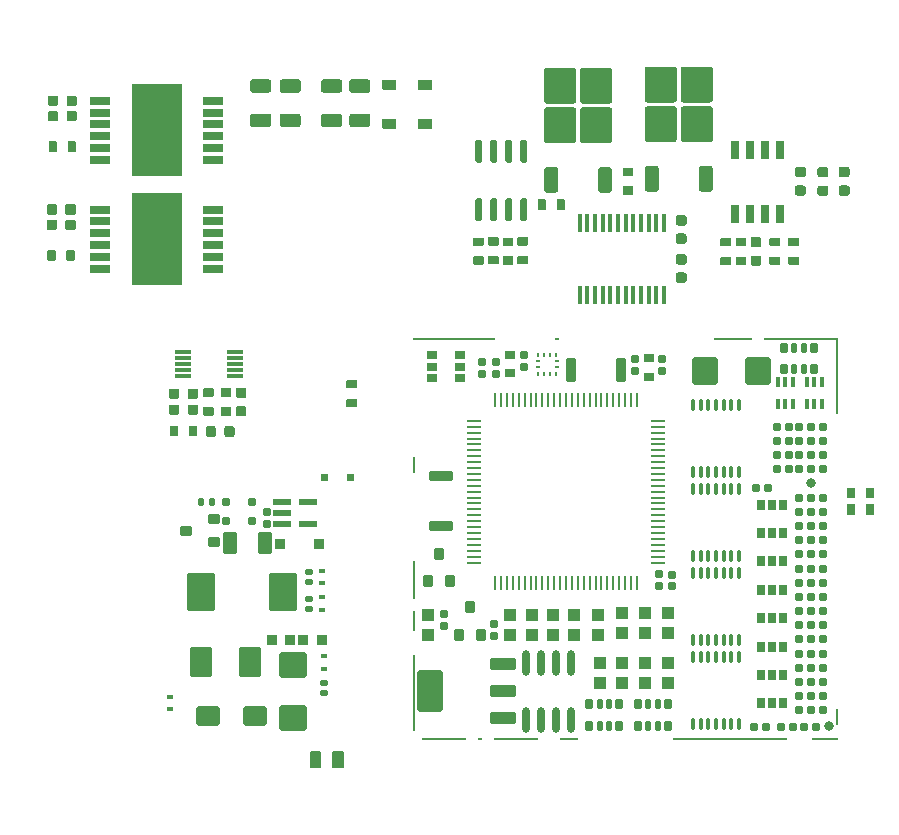
<source format=gtp>
G75*
G70*
%OFA0B0*%
%FSLAX25Y25*%
%IPPOS*%
%LPD*%
%AMOC8*
5,1,8,0,0,1.08239X$1,22.5*
%
%AMM100*
21,1,0.035430,0.030320,-0.000000,0.000000,0.000000*
21,1,0.028350,0.037400,-0.000000,0.000000,0.000000*
1,1,0.007090,0.014170,-0.015160*
1,1,0.007090,-0.014170,-0.015160*
1,1,0.007090,-0.014170,0.015160*
1,1,0.007090,0.014170,0.015160*
%
%AMM101*
21,1,0.043310,0.075980,-0.000000,0.000000,90.000000*
21,1,0.034650,0.084650,-0.000000,0.000000,90.000000*
1,1,0.008660,0.037990,0.017320*
1,1,0.008660,0.037990,-0.017320*
1,1,0.008660,-0.037990,-0.017320*
1,1,0.008660,-0.037990,0.017320*
%
%AMM102*
21,1,0.039370,0.035430,-0.000000,0.000000,90.000000*
21,1,0.031500,0.043310,-0.000000,0.000000,90.000000*
1,1,0.007870,0.017720,0.015750*
1,1,0.007870,0.017720,-0.015750*
1,1,0.007870,-0.017720,-0.015750*
1,1,0.007870,-0.017720,0.015750*
%
%AMM103*
21,1,0.027560,0.030710,-0.000000,0.000000,90.000000*
21,1,0.022050,0.036220,-0.000000,0.000000,90.000000*
1,1,0.005510,0.015350,0.011020*
1,1,0.005510,0.015350,-0.011020*
1,1,0.005510,-0.015350,-0.011020*
1,1,0.005510,-0.015350,0.011020*
%
%AMM104*
21,1,0.031500,0.072440,-0.000000,0.000000,90.000000*
21,1,0.025200,0.078740,-0.000000,0.000000,90.000000*
1,1,0.006300,0.036220,0.012600*
1,1,0.006300,0.036220,-0.012600*
1,1,0.006300,-0.036220,-0.012600*
1,1,0.006300,-0.036220,0.012600*
%
%AMM105*
21,1,0.137800,0.067720,-0.000000,0.000000,90.000000*
21,1,0.120870,0.084650,-0.000000,0.000000,90.000000*
1,1,0.016930,0.033860,0.060430*
1,1,0.016930,0.033860,-0.060430*
1,1,0.016930,-0.033860,-0.060430*
1,1,0.016930,-0.033860,0.060430*
%
%AMM106*
21,1,0.043310,0.075990,-0.000000,0.000000,90.000000*
21,1,0.034650,0.084650,-0.000000,0.000000,90.000000*
1,1,0.008660,0.037990,0.017320*
1,1,0.008660,0.037990,-0.017320*
1,1,0.008660,-0.037990,-0.017320*
1,1,0.008660,-0.037990,0.017320*
%
%AMM107*
21,1,0.086610,0.073230,-0.000000,0.000000,180.000000*
21,1,0.069290,0.090550,-0.000000,0.000000,180.000000*
1,1,0.017320,-0.034650,0.036610*
1,1,0.017320,0.034650,0.036610*
1,1,0.017320,0.034650,-0.036610*
1,1,0.017320,-0.034650,-0.036610*
%
%AMM36*
21,1,0.033470,0.026770,0.000000,0.000000,0.000000*
21,1,0.026770,0.033470,0.000000,0.000000,0.000000*
1,1,0.006690,0.013390,-0.013390*
1,1,0.006690,-0.013390,-0.013390*
1,1,0.006690,-0.013390,0.013390*
1,1,0.006690,0.013390,0.013390*
%
%AMM42*
21,1,0.035830,0.026770,0.000000,0.000000,0.000000*
21,1,0.029130,0.033470,0.000000,0.000000,0.000000*
1,1,0.006690,0.014570,-0.013390*
1,1,0.006690,-0.014570,-0.013390*
1,1,0.006690,-0.014570,0.013390*
1,1,0.006690,0.014570,0.013390*
%
%AMM44*
21,1,0.070870,0.036220,0.000000,0.000000,90.000000*
21,1,0.061810,0.045280,0.000000,0.000000,90.000000*
1,1,0.009060,0.018110,0.030910*
1,1,0.009060,0.018110,-0.030910*
1,1,0.009060,-0.018110,-0.030910*
1,1,0.009060,-0.018110,0.030910*
%
%AMM59*
21,1,0.086610,0.073230,0.000000,0.000000,270.000000*
21,1,0.069290,0.090550,0.000000,0.000000,270.000000*
1,1,0.017320,-0.036610,-0.034650*
1,1,0.017320,-0.036610,0.034650*
1,1,0.017320,0.036610,0.034650*
1,1,0.017320,0.036610,-0.034650*
%
%AMM60*
21,1,0.094490,0.111020,0.000000,0.000000,0.000000*
21,1,0.075590,0.129920,0.000000,0.000000,0.000000*
1,1,0.018900,0.037800,-0.055510*
1,1,0.018900,-0.037800,-0.055510*
1,1,0.018900,-0.037800,0.055510*
1,1,0.018900,0.037800,0.055510*
%
%AMM61*
21,1,0.074800,0.083460,0.000000,0.000000,0.000000*
21,1,0.059840,0.098430,0.000000,0.000000,0.000000*
1,1,0.014960,0.029920,-0.041730*
1,1,0.014960,-0.029920,-0.041730*
1,1,0.014960,-0.029920,0.041730*
1,1,0.014960,0.029920,0.041730*
%
%AMM62*
21,1,0.078740,0.053540,0.000000,0.000000,180.000000*
21,1,0.065350,0.066930,0.000000,0.000000,180.000000*
1,1,0.013390,-0.032680,0.026770*
1,1,0.013390,0.032680,0.026770*
1,1,0.013390,0.032680,-0.026770*
1,1,0.013390,-0.032680,-0.026770*
%
%AMM63*
21,1,0.035430,0.030320,0.000000,0.000000,90.000000*
21,1,0.028350,0.037400,0.000000,0.000000,90.000000*
1,1,0.007090,0.015160,0.014170*
1,1,0.007090,0.015160,-0.014170*
1,1,0.007090,-0.015160,-0.014170*
1,1,0.007090,-0.015160,0.014170*
%
%AMM64*
21,1,0.021650,0.052760,0.000000,0.000000,270.000000*
21,1,0.017320,0.057090,0.000000,0.000000,270.000000*
1,1,0.004330,-0.026380,-0.008660*
1,1,0.004330,-0.026380,0.008660*
1,1,0.004330,0.026380,0.008660*
1,1,0.004330,0.026380,-0.008660*
%
%AMM65*
21,1,0.015750,0.016540,0.000000,0.000000,270.000000*
21,1,0.012600,0.019680,0.000000,0.000000,270.000000*
1,1,0.003150,-0.008270,-0.006300*
1,1,0.003150,-0.008270,0.006300*
1,1,0.003150,0.008270,0.006300*
1,1,0.003150,0.008270,-0.006300*
%
%AMM66*
21,1,0.023620,0.018900,0.000000,0.000000,90.000000*
21,1,0.018900,0.023620,0.000000,0.000000,90.000000*
1,1,0.004720,0.009450,0.009450*
1,1,0.004720,0.009450,-0.009450*
1,1,0.004720,-0.009450,-0.009450*
1,1,0.004720,-0.009450,0.009450*
%
%AMM67*
21,1,0.019680,0.019680,0.000000,0.000000,0.000000*
21,1,0.015750,0.023620,0.000000,0.000000,0.000000*
1,1,0.003940,0.007870,-0.009840*
1,1,0.003940,-0.007870,-0.009840*
1,1,0.003940,-0.007870,0.009840*
1,1,0.003940,0.007870,0.009840*
%
%AMM68*
21,1,0.019680,0.019680,0.000000,0.000000,270.000000*
21,1,0.015750,0.023620,0.000000,0.000000,270.000000*
1,1,0.003940,-0.009840,-0.007870*
1,1,0.003940,-0.009840,0.007870*
1,1,0.003940,0.009840,0.007870*
1,1,0.003940,0.009840,-0.007870*
%
%AMM92*
21,1,0.025590,0.026380,-0.000000,0.000000,0.000000*
21,1,0.020470,0.031500,-0.000000,0.000000,0.000000*
1,1,0.005120,0.010240,-0.013190*
1,1,0.005120,-0.010240,-0.013190*
1,1,0.005120,-0.010240,0.013190*
1,1,0.005120,0.010240,0.013190*
%
%AMM93*
21,1,0.017720,0.027950,-0.000000,0.000000,0.000000*
21,1,0.014170,0.031500,-0.000000,0.000000,0.000000*
1,1,0.003540,0.007090,-0.013980*
1,1,0.003540,-0.007090,-0.013980*
1,1,0.003540,-0.007090,0.013980*
1,1,0.003540,0.007090,0.013980*
%
%AMM94*
21,1,0.012600,0.028980,-0.000000,0.000000,180.000000*
21,1,0.010080,0.031500,-0.000000,0.000000,180.000000*
1,1,0.002520,-0.005040,0.014490*
1,1,0.002520,0.005040,0.014490*
1,1,0.002520,0.005040,-0.014490*
1,1,0.002520,-0.005040,-0.014490*
%
%AMM95*
21,1,0.023620,0.030710,-0.000000,0.000000,270.000000*
21,1,0.018900,0.035430,-0.000000,0.000000,270.000000*
1,1,0.004720,-0.015350,-0.009450*
1,1,0.004720,-0.015350,0.009450*
1,1,0.004720,0.015350,0.009450*
1,1,0.004720,0.015350,-0.009450*
%
%AMM96*
21,1,0.027560,0.018900,-0.000000,0.000000,180.000000*
21,1,0.022840,0.023620,-0.000000,0.000000,180.000000*
1,1,0.004720,-0.011420,0.009450*
1,1,0.004720,0.011420,0.009450*
1,1,0.004720,0.011420,-0.009450*
1,1,0.004720,-0.011420,-0.009450*
%
%AMM97*
21,1,0.031500,0.072440,-0.000000,0.000000,180.000000*
21,1,0.025200,0.078740,-0.000000,0.000000,180.000000*
1,1,0.006300,-0.012600,0.036220*
1,1,0.006300,0.012600,0.036220*
1,1,0.006300,0.012600,-0.036220*
1,1,0.006300,-0.012600,-0.036220*
%
%AMM98*
21,1,0.027560,0.018900,-0.000000,0.000000,270.000000*
21,1,0.022840,0.023620,-0.000000,0.000000,270.000000*
1,1,0.004720,-0.009450,-0.011420*
1,1,0.004720,-0.009450,0.011420*
1,1,0.004720,0.009450,0.011420*
1,1,0.004720,0.009450,-0.011420*
%
%AMM99*
21,1,0.023620,0.030710,-0.000000,0.000000,0.000000*
21,1,0.018900,0.035430,-0.000000,0.000000,0.000000*
1,1,0.004720,0.009450,-0.015350*
1,1,0.004720,-0.009450,-0.015350*
1,1,0.004720,-0.009450,0.015350*
1,1,0.004720,0.009450,0.015350*
%
%ADD13R,0.02559X0.06004*%
%ADD137M36*%
%ADD14R,0.01575X0.06496*%
%ADD146M42*%
%ADD15R,0.06890X0.02559*%
%ADD151M44*%
%ADD16R,0.16929X0.31102*%
%ADD172R,0.05512X0.01181*%
%ADD174M59*%
%ADD175M60*%
%ADD176M61*%
%ADD177M62*%
%ADD178M63*%
%ADD179M64*%
%ADD180M65*%
%ADD181M66*%
%ADD182M67*%
%ADD183M68*%
%ADD19R,0.14567X0.00787*%
%ADD20R,0.01575X0.00787*%
%ADD21R,0.06299X0.00787*%
%ADD212M92*%
%ADD213M93*%
%ADD214M94*%
%ADD215O,0.01181X0.04331*%
%ADD216M95*%
%ADD217M96*%
%ADD218M97*%
%ADD219M98*%
%ADD22R,0.38189X0.00787*%
%ADD220M99*%
%ADD221M100*%
%ADD222O,0.02362X0.08661*%
%ADD223M101*%
%ADD224M102*%
%ADD225M103*%
%ADD226M104*%
%ADD227M105*%
%ADD228M106*%
%ADD229M107*%
%ADD23R,0.09055X0.00787*%
%ADD24R,0.00787X0.05512*%
%ADD25R,0.00787X0.25197*%
%ADD26R,0.00787X0.06693*%
%ADD27R,0.00787X0.12992*%
%ADD28R,0.27559X0.00787*%
%ADD29R,0.12992X0.00787*%
%ADD30R,0.24803X0.00787*%
%ADD48C,0.03150*%
%ADD79O,0.04724X0.00866*%
%ADD80O,0.00866X0.04724*%
%ADD84R,0.01378X0.00984*%
%ADD85R,0.00984X0.01378*%
X0000000Y0000000D02*
%LPD*%
G01*
G36*
G01*
X0152874Y0172533D02*
X0149803Y0172533D01*
G75*
G02*
X0149528Y0172809I0000000J0000276D01*
G01*
X0149528Y0175013D01*
G75*
G02*
X0149803Y0175289I0000276J0000000D01*
G01*
X0152874Y0175289D01*
G75*
G02*
X0153150Y0175013I0000000J-000276D01*
G01*
X0153150Y0172809D01*
G75*
G02*
X0152874Y0172533I-000276J0000000D01*
G01*
G37*
G36*
G01*
X0152874Y0178832D02*
X0149803Y0178832D01*
G75*
G02*
X0149528Y0179108I0000000J0000276D01*
G01*
X0149528Y0181313D01*
G75*
G02*
X0149803Y0181588I0000276J0000000D01*
G01*
X0152874Y0181588D01*
G75*
G02*
X0153150Y0181313I0000000J-000276D01*
G01*
X0153150Y0179108D01*
G75*
G02*
X0152874Y0178832I-000276J0000000D01*
G01*
G37*
G36*
G01*
X0245157Y0172185D02*
X0242480Y0172185D01*
G75*
G02*
X0242146Y0172520I0000000J0000335D01*
G01*
X0242146Y0175197D01*
G75*
G02*
X0242480Y0175531I0000335J0000000D01*
G01*
X0245157Y0175531D01*
G75*
G02*
X0245492Y0175197I0000000J-000335D01*
G01*
X0245492Y0172520D01*
G75*
G02*
X0245157Y0172185I-000335J0000000D01*
G01*
G37*
G36*
G01*
X0245157Y0178406D02*
X0242480Y0178406D01*
G75*
G02*
X0242146Y0178740I0000000J0000335D01*
G01*
X0242146Y0181417D01*
G75*
G02*
X0242480Y0181752I0000335J0000000D01*
G01*
X0245157Y0181752D01*
G75*
G02*
X0245492Y0181417I0000000J-000335D01*
G01*
X0245492Y0178740D01*
G75*
G02*
X0245157Y0178406I-000335J0000000D01*
G01*
G37*
G36*
G01*
X0007461Y0189606D02*
X0007461Y0192283D01*
G75*
G02*
X0007795Y0192618I0000335J0000000D01*
G01*
X0010472Y0192618D01*
G75*
G02*
X0010807Y0192283I0000000J-000335D01*
G01*
X0010807Y0189606D01*
G75*
G02*
X0010472Y0189272I-000335J0000000D01*
G01*
X0007795Y0189272D01*
G75*
G02*
X0007461Y0189606I0000000J0000335D01*
G01*
G37*
G36*
G01*
X0013681Y0189606D02*
X0013681Y0192283D01*
G75*
G02*
X0014016Y0192618I0000335J0000000D01*
G01*
X0016693Y0192618D01*
G75*
G02*
X0017028Y0192283I0000000J-000335D01*
G01*
X0017028Y0189606D01*
G75*
G02*
X0016693Y0189272I-000335J0000000D01*
G01*
X0014016Y0189272D01*
G75*
G02*
X0013681Y0189606I0000000J0000335D01*
G01*
G37*
G36*
G01*
X0283268Y0092480D02*
X0283268Y0089409D01*
G75*
G02*
X0282992Y0089134I-000276J0000000D01*
G01*
X0280787Y0089134D01*
G75*
G02*
X0280512Y0089409I0000000J0000276D01*
G01*
X0280512Y0092480D01*
G75*
G02*
X0280787Y0092756I0000276J0000000D01*
G01*
X0282992Y0092756D01*
G75*
G02*
X0283268Y0092480I0000000J-000276D01*
G01*
G37*
G36*
G01*
X0276969Y0092480D02*
X0276969Y0089409D01*
G75*
G02*
X0276693Y0089134I-000276J0000000D01*
G01*
X0274488Y0089134D01*
G75*
G02*
X0274213Y0089409I0000000J0000276D01*
G01*
X0274213Y0092480D01*
G75*
G02*
X0274488Y0092756I0000276J0000000D01*
G01*
X0276693Y0092756D01*
G75*
G02*
X0276969Y0092480I0000000J-000276D01*
G01*
G37*
G36*
G01*
X0108268Y0230728D02*
X0108268Y0233445D01*
G75*
G02*
X0109173Y0234350I0000906J0000000D01*
G01*
X0114449Y0234350D01*
G75*
G02*
X0115354Y0233445I0000000J-000906D01*
G01*
X0115354Y0230728D01*
G75*
G02*
X0114449Y0229823I-000906J0000000D01*
G01*
X0109173Y0229823D01*
G75*
G02*
X0108268Y0230728I0000000J0000906D01*
G01*
G37*
G36*
G01*
X0108268Y0219311D02*
X0108268Y0222028D01*
G75*
G02*
X0109173Y0222933I0000906J0000000D01*
G01*
X0114449Y0222933D01*
G75*
G02*
X0115354Y0222028I0000000J-000906D01*
G01*
X0115354Y0219311D01*
G75*
G02*
X0114449Y0218405I-000906J0000000D01*
G01*
X0109173Y0218405D01*
G75*
G02*
X0108268Y0219311I0000000J0000906D01*
G01*
G37*
G36*
G01*
X0219882Y0179429D02*
X0217913Y0179429D01*
G75*
G02*
X0217028Y0180315I0000000J0000886D01*
G01*
X0217028Y0182087D01*
G75*
G02*
X0217913Y0182972I0000886J0000000D01*
G01*
X0219882Y0182972D01*
G75*
G02*
X0220768Y0182087I0000000J-000886D01*
G01*
X0220768Y0180315D01*
G75*
G02*
X0219882Y0179429I-000886J0000000D01*
G01*
G37*
G36*
G01*
X0219882Y0185531D02*
X0217913Y0185531D01*
G75*
G02*
X0217028Y0186417I0000000J0000886D01*
G01*
X0217028Y0188189D01*
G75*
G02*
X0217913Y0189075I0000886J0000000D01*
G01*
X0219882Y0189075D01*
G75*
G02*
X0220768Y0188189I0000000J-000886D01*
G01*
X0220768Y0186417D01*
G75*
G02*
X0219882Y0185531I-000886J0000000D01*
G01*
G37*
D13*
X0236850Y0189421D03*
X0241850Y0189421D03*
X0246850Y0189421D03*
X0251850Y0189421D03*
X0251850Y0210776D03*
X0246850Y0210776D03*
X0241850Y0210776D03*
X0236850Y0210776D03*
G36*
G01*
X0016732Y0177126D02*
X0016732Y0174055D01*
G75*
G02*
X0016457Y0173780I-000276J0000000D01*
G01*
X0014252Y0173780D01*
G75*
G02*
X0013976Y0174055I0000000J0000276D01*
G01*
X0013976Y0177126D01*
G75*
G02*
X0014252Y0177402I0000276J0000000D01*
G01*
X0016457Y0177402D01*
G75*
G02*
X0016732Y0177126I0000000J-000276D01*
G01*
G37*
G36*
G01*
X0010433Y0177126D02*
X0010433Y0174055D01*
G75*
G02*
X0010157Y0173780I-000276J0000000D01*
G01*
X0007953Y0173780D01*
G75*
G02*
X0007677Y0174055I0000000J0000276D01*
G01*
X0007677Y0177126D01*
G75*
G02*
X0007953Y0177402I0000276J0000000D01*
G01*
X0010157Y0177402D01*
G75*
G02*
X0010433Y0177126I0000000J-000276D01*
G01*
G37*
G36*
G01*
X0007854Y0225827D02*
X0007854Y0228504D01*
G75*
G02*
X0008189Y0228839I0000335J0000000D01*
G01*
X0010866Y0228839D01*
G75*
G02*
X0011201Y0228504I0000000J-000335D01*
G01*
X0011201Y0225827D01*
G75*
G02*
X0010866Y0225492I-000335J0000000D01*
G01*
X0008189Y0225492D01*
G75*
G02*
X0007854Y0225827I0000000J0000335D01*
G01*
G37*
G36*
G01*
X0014075Y0225827D02*
X0014075Y0228504D01*
G75*
G02*
X0014409Y0228839I0000335J0000000D01*
G01*
X0017087Y0228839D01*
G75*
G02*
X0017421Y0228504I0000000J-000335D01*
G01*
X0017421Y0225827D01*
G75*
G02*
X0017087Y0225492I-000335J0000000D01*
G01*
X0014409Y0225492D01*
G75*
G02*
X0014075Y0225827I0000000J0000335D01*
G01*
G37*
G36*
G01*
X0274213Y0094921D02*
X0274213Y0097992D01*
G75*
G02*
X0274488Y0098268I0000276J0000000D01*
G01*
X0276693Y0098268D01*
G75*
G02*
X0276969Y0097992I0000000J-000276D01*
G01*
X0276969Y0094921D01*
G75*
G02*
X0276693Y0094646I-000276J0000000D01*
G01*
X0274488Y0094646D01*
G75*
G02*
X0274213Y0094921I0000000J0000276D01*
G01*
G37*
G36*
G01*
X0280512Y0094921D02*
X0280512Y0097992D01*
G75*
G02*
X0280787Y0098268I0000276J0000000D01*
G01*
X0282992Y0098268D01*
G75*
G02*
X0283268Y0097992I0000000J-000276D01*
G01*
X0283268Y0094921D01*
G75*
G02*
X0282992Y0094646I-000276J0000000D01*
G01*
X0280787Y0094646D01*
G75*
G02*
X0280512Y0094921I0000000J0000276D01*
G01*
G37*
G36*
G01*
X0176949Y0196457D02*
X0174193Y0196457D01*
G75*
G02*
X0173209Y0197441I0000000J0000984D01*
G01*
X0173209Y0204134D01*
G75*
G02*
X0174193Y0205118I0000984J0000000D01*
G01*
X0176949Y0205118D01*
G75*
G02*
X0177933Y0204134I0000000J-000984D01*
G01*
X0177933Y0197441D01*
G75*
G02*
X0176949Y0196457I-000984J0000000D01*
G01*
G37*
G36*
G01*
X0182972Y0212992D02*
X0174114Y0212992D01*
G75*
G02*
X0173130Y0213976I0000000J0000984D01*
G01*
X0173130Y0224016D01*
G75*
G02*
X0174114Y0225000I0000984J0000000D01*
G01*
X0182972Y0225000D01*
G75*
G02*
X0183957Y0224016I0000000J-000984D01*
G01*
X0183957Y0213976D01*
G75*
G02*
X0182972Y0212992I-000984J0000000D01*
G01*
G37*
G36*
G01*
X0194980Y0212992D02*
X0186122Y0212992D01*
G75*
G02*
X0185138Y0213976I0000000J0000984D01*
G01*
X0185138Y0224016D01*
G75*
G02*
X0186122Y0225000I0000984J0000000D01*
G01*
X0194980Y0225000D01*
G75*
G02*
X0195965Y0224016I0000000J-000984D01*
G01*
X0195965Y0213976D01*
G75*
G02*
X0194980Y0212992I-000984J0000000D01*
G01*
G37*
G36*
G01*
X0182972Y0226181D02*
X0174114Y0226181D01*
G75*
G02*
X0173130Y0227165I0000000J0000984D01*
G01*
X0173130Y0237205D01*
G75*
G02*
X0174114Y0238189I0000984J0000000D01*
G01*
X0182972Y0238189D01*
G75*
G02*
X0183957Y0237205I0000000J-000984D01*
G01*
X0183957Y0227165D01*
G75*
G02*
X0182972Y0226181I-000984J0000000D01*
G01*
G37*
G36*
G01*
X0194980Y0226181D02*
X0186122Y0226181D01*
G75*
G02*
X0185138Y0227165I0000000J0000984D01*
G01*
X0185138Y0237205D01*
G75*
G02*
X0186122Y0238189I0000984J0000000D01*
G01*
X0194980Y0238189D01*
G75*
G02*
X0195965Y0237205I0000000J-000984D01*
G01*
X0195965Y0227165D01*
G75*
G02*
X0194980Y0226181I-000984J0000000D01*
G01*
G37*
G36*
G01*
X0194902Y0196457D02*
X0192146Y0196457D01*
G75*
G02*
X0191161Y0197441I0000000J0000984D01*
G01*
X0191161Y0204134D01*
G75*
G02*
X0192146Y0205118I0000984J0000000D01*
G01*
X0194902Y0205118D01*
G75*
G02*
X0195886Y0204134I0000000J-000984D01*
G01*
X0195886Y0197441D01*
G75*
G02*
X0194902Y0196457I-000984J0000000D01*
G01*
G37*
D14*
X0213189Y0186378D03*
X0210630Y0186378D03*
X0208071Y0186378D03*
X0205512Y0186378D03*
X0202953Y0186378D03*
X0200394Y0186378D03*
X0197874Y0186378D03*
X0195276Y0186378D03*
X0192717Y0186378D03*
X0190157Y0186378D03*
X0187598Y0186378D03*
X0185079Y0186378D03*
X0185079Y0162598D03*
X0187598Y0162598D03*
X0190157Y0162598D03*
X0192717Y0162598D03*
X0195276Y0162598D03*
X0197874Y0162598D03*
X0200394Y0162598D03*
X0202953Y0162598D03*
X0205512Y0162598D03*
X0208071Y0162598D03*
X0210630Y0162598D03*
X0213189Y0162598D03*
D15*
X0062992Y0171260D03*
X0062992Y0175197D03*
X0062992Y0179134D03*
X0062992Y0183071D03*
X0062992Y0187008D03*
X0062992Y0190945D03*
X0025197Y0190945D03*
X0025197Y0187008D03*
X0025197Y0183071D03*
X0025197Y0179134D03*
X0025197Y0175197D03*
X0025197Y0171260D03*
D16*
X0044094Y0181102D03*
G36*
G01*
X0109600Y0100443D02*
X0107711Y0100443D01*
G75*
G02*
X0107474Y0100679I0000000J0000236D01*
G01*
X0107474Y0102569D01*
G75*
G02*
X0107711Y0102805I0000236J0000000D01*
G01*
X0109600Y0102805D01*
G75*
G02*
X0109837Y0102569I0000000J-000236D01*
G01*
X0109837Y0100679D01*
G75*
G02*
X0109600Y0100443I-000236J0000000D01*
G01*
G37*
G36*
G01*
X0100939Y0100443D02*
X0099049Y0100443D01*
G75*
G02*
X0098813Y0100679I0000000J0000236D01*
G01*
X0098813Y0102569D01*
G75*
G02*
X0099049Y0102805I0000236J0000000D01*
G01*
X0100939Y0102805D01*
G75*
G02*
X0101175Y0102569I0000000J-000236D01*
G01*
X0101175Y0100679D01*
G75*
G02*
X0100939Y0100443I-000236J0000000D01*
G01*
G37*
G36*
G01*
X0171063Y0190984D02*
X0171063Y0194055D01*
G75*
G02*
X0171339Y0194331I0000276J0000000D01*
G01*
X0173543Y0194331D01*
G75*
G02*
X0173819Y0194055I0000000J-000276D01*
G01*
X0173819Y0190984D01*
G75*
G02*
X0173543Y0190709I-000276J0000000D01*
G01*
X0171339Y0190709D01*
G75*
G02*
X0171063Y0190984I0000000J0000276D01*
G01*
G37*
G36*
G01*
X0177362Y0190984D02*
X0177362Y0194055D01*
G75*
G02*
X0177638Y0194331I0000276J0000000D01*
G01*
X0179843Y0194331D01*
G75*
G02*
X0180118Y0194055I0000000J-000276D01*
G01*
X0180118Y0190984D01*
G75*
G02*
X0179843Y0190709I-000276J0000000D01*
G01*
X0177638Y0190709D01*
G75*
G02*
X0177362Y0190984I0000000J0000276D01*
G01*
G37*
G36*
G01*
X0007461Y0184488D02*
X0007461Y0187165D01*
G75*
G02*
X0007795Y0187500I0000335J0000000D01*
G01*
X0010472Y0187500D01*
G75*
G02*
X0010807Y0187165I0000000J-000335D01*
G01*
X0010807Y0184488D01*
G75*
G02*
X0010472Y0184154I-000335J0000000D01*
G01*
X0007795Y0184154D01*
G75*
G02*
X0007461Y0184488I0000000J0000335D01*
G01*
G37*
G36*
G01*
X0013681Y0184488D02*
X0013681Y0187165D01*
G75*
G02*
X0014016Y0187500I0000335J0000000D01*
G01*
X0016693Y0187500D01*
G75*
G02*
X0017028Y0187165I0000000J-000335D01*
G01*
X0017028Y0184488D01*
G75*
G02*
X0016693Y0184154I-000335J0000000D01*
G01*
X0014016Y0184154D01*
G75*
G02*
X0013681Y0184488I0000000J0000335D01*
G01*
G37*
G36*
G01*
X0110591Y0125000D02*
X0107520Y0125000D01*
G75*
G02*
X0107244Y0125276I0000000J0000276D01*
G01*
X0107244Y0127480D01*
G75*
G02*
X0107520Y0127756I0000276J0000000D01*
G01*
X0110591Y0127756D01*
G75*
G02*
X0110866Y0127480I0000000J-000276D01*
G01*
X0110866Y0125276D01*
G75*
G02*
X0110591Y0125000I-000276J0000000D01*
G01*
G37*
G36*
G01*
X0110591Y0131299D02*
X0107520Y0131299D01*
G75*
G02*
X0107244Y0131575I0000000J0000276D01*
G01*
X0107244Y0133780D01*
G75*
G02*
X0107520Y0134055I0000276J0000000D01*
G01*
X0110591Y0134055D01*
G75*
G02*
X0110866Y0133780I0000000J-000276D01*
G01*
X0110866Y0131575D01*
G75*
G02*
X0110591Y0131299I-000276J0000000D01*
G01*
G37*
G36*
G01*
X0199646Y0204921D02*
X0202717Y0204921D01*
G75*
G02*
X0202992Y0204646I0000000J-000276D01*
G01*
X0202992Y0202441D01*
G75*
G02*
X0202717Y0202165I-000276J0000000D01*
G01*
X0199646Y0202165D01*
G75*
G02*
X0199370Y0202441I0000000J0000276D01*
G01*
X0199370Y0204646D01*
G75*
G02*
X0199646Y0204921I0000276J0000000D01*
G01*
G37*
G36*
G01*
X0199646Y0198622D02*
X0202717Y0198622D01*
G75*
G02*
X0202992Y0198346I0000000J-000276D01*
G01*
X0202992Y0196142D01*
G75*
G02*
X0202717Y0195866I-000276J0000000D01*
G01*
X0199646Y0195866D01*
G75*
G02*
X0199370Y0196142I0000000J0000276D01*
G01*
X0199370Y0198346D01*
G75*
G02*
X0199646Y0198622I0000276J0000000D01*
G01*
G37*
G36*
G01*
X0235256Y0172343D02*
X0232185Y0172343D01*
G75*
G02*
X0231909Y0172618I0000000J0000276D01*
G01*
X0231909Y0174823D01*
G75*
G02*
X0232185Y0175098I0000276J0000000D01*
G01*
X0235256Y0175098D01*
G75*
G02*
X0235531Y0174823I0000000J-000276D01*
G01*
X0235531Y0172618D01*
G75*
G02*
X0235256Y0172343I-000276J0000000D01*
G01*
G37*
G36*
G01*
X0235256Y0178642D02*
X0232185Y0178642D01*
G75*
G02*
X0231909Y0178917I0000000J0000276D01*
G01*
X0231909Y0181122D01*
G75*
G02*
X0232185Y0181398I0000276J0000000D01*
G01*
X0235256Y0181398D01*
G75*
G02*
X0235531Y0181122I0000000J-000276D01*
G01*
X0235531Y0178917D01*
G75*
G02*
X0235256Y0178642I-000276J0000000D01*
G01*
G37*
G36*
G01*
X0154764Y0181693D02*
X0157835Y0181693D01*
G75*
G02*
X0158110Y0181417I0000000J-000276D01*
G01*
X0158110Y0179213D01*
G75*
G02*
X0157835Y0178937I-000276J0000000D01*
G01*
X0154764Y0178937D01*
G75*
G02*
X0154488Y0179213I0000000J0000276D01*
G01*
X0154488Y0181417D01*
G75*
G02*
X0154764Y0181693I0000276J0000000D01*
G01*
G37*
G36*
G01*
X0154764Y0175394D02*
X0157835Y0175394D01*
G75*
G02*
X0158110Y0175118I0000000J-000276D01*
G01*
X0158110Y0172913D01*
G75*
G02*
X0157835Y0172638I-000276J0000000D01*
G01*
X0154764Y0172638D01*
G75*
G02*
X0154488Y0172913I0000000J0000276D01*
G01*
X0154488Y0175118D01*
G75*
G02*
X0154764Y0175394I0000276J0000000D01*
G01*
G37*
D15*
X0062992Y0207480D03*
X0062992Y0211417D03*
X0062992Y0215354D03*
X0062992Y0219291D03*
X0062992Y0223228D03*
X0062992Y0227165D03*
X0025197Y0227165D03*
X0025197Y0223228D03*
X0025197Y0219291D03*
X0025197Y0215354D03*
X0025197Y0211417D03*
X0025197Y0207480D03*
D16*
X0044094Y0217323D03*
G36*
G01*
X0265133Y0205118D02*
X0267151Y0205118D01*
G75*
G02*
X0268012Y0204257I0000000J-000861D01*
G01*
X0268012Y0202534D01*
G75*
G02*
X0267151Y0201673I-000861J0000000D01*
G01*
X0265133Y0201673D01*
G75*
G02*
X0264272Y0202534I0000000J0000861D01*
G01*
X0264272Y0204257D01*
G75*
G02*
X0265133Y0205118I0000861J0000000D01*
G01*
G37*
G36*
G01*
X0265133Y0198917D02*
X0267151Y0198917D01*
G75*
G02*
X0268012Y0198056I0000000J-000861D01*
G01*
X0268012Y0196334D01*
G75*
G02*
X0267151Y0195472I-000861J0000000D01*
G01*
X0265133Y0195472D01*
G75*
G02*
X0264272Y0196334I0000000J0000861D01*
G01*
X0264272Y0198056D01*
G75*
G02*
X0265133Y0198917I0000861J0000000D01*
G01*
G37*
G36*
G01*
X0152047Y0187008D02*
X0150866Y0187008D01*
G75*
G02*
X0150276Y0187598I0000000J0000591D01*
G01*
X0150276Y0194094D01*
G75*
G02*
X0150866Y0194685I0000591J0000000D01*
G01*
X0152047Y0194685D01*
G75*
G02*
X0152638Y0194094I0000000J-000591D01*
G01*
X0152638Y0187598D01*
G75*
G02*
X0152047Y0187008I-000591J0000000D01*
G01*
G37*
G36*
G01*
X0157047Y0187008D02*
X0155866Y0187008D01*
G75*
G02*
X0155276Y0187598I0000000J0000591D01*
G01*
X0155276Y0194094D01*
G75*
G02*
X0155866Y0194685I0000591J0000000D01*
G01*
X0157047Y0194685D01*
G75*
G02*
X0157638Y0194094I0000000J-000591D01*
G01*
X0157638Y0187598D01*
G75*
G02*
X0157047Y0187008I-000591J0000000D01*
G01*
G37*
G36*
G01*
X0162047Y0187008D02*
X0160866Y0187008D01*
G75*
G02*
X0160276Y0187598I0000000J0000591D01*
G01*
X0160276Y0194094D01*
G75*
G02*
X0160866Y0194685I0000591J0000000D01*
G01*
X0162047Y0194685D01*
G75*
G02*
X0162638Y0194094I0000000J-000591D01*
G01*
X0162638Y0187598D01*
G75*
G02*
X0162047Y0187008I-000591J0000000D01*
G01*
G37*
G36*
G01*
X0167047Y0187008D02*
X0165866Y0187008D01*
G75*
G02*
X0165276Y0187598I0000000J0000591D01*
G01*
X0165276Y0194094D01*
G75*
G02*
X0165866Y0194685I0000591J0000000D01*
G01*
X0167047Y0194685D01*
G75*
G02*
X0167638Y0194094I0000000J-000591D01*
G01*
X0167638Y0187598D01*
G75*
G02*
X0167047Y0187008I-000591J0000000D01*
G01*
G37*
G36*
G01*
X0167047Y0206496D02*
X0165866Y0206496D01*
G75*
G02*
X0165276Y0207087I0000000J0000591D01*
G01*
X0165276Y0213583D01*
G75*
G02*
X0165866Y0214173I0000591J0000000D01*
G01*
X0167047Y0214173D01*
G75*
G02*
X0167638Y0213583I0000000J-000591D01*
G01*
X0167638Y0207087D01*
G75*
G02*
X0167047Y0206496I-000591J0000000D01*
G01*
G37*
G36*
G01*
X0162047Y0206496D02*
X0160866Y0206496D01*
G75*
G02*
X0160276Y0207087I0000000J0000591D01*
G01*
X0160276Y0213583D01*
G75*
G02*
X0160866Y0214173I0000591J0000000D01*
G01*
X0162047Y0214173D01*
G75*
G02*
X0162638Y0213583I0000000J-000591D01*
G01*
X0162638Y0207087D01*
G75*
G02*
X0162047Y0206496I-000591J0000000D01*
G01*
G37*
G36*
G01*
X0157047Y0206496D02*
X0155866Y0206496D01*
G75*
G02*
X0155276Y0207087I0000000J0000591D01*
G01*
X0155276Y0213583D01*
G75*
G02*
X0155866Y0214173I0000591J0000000D01*
G01*
X0157047Y0214173D01*
G75*
G02*
X0157638Y0213583I0000000J-000591D01*
G01*
X0157638Y0207087D01*
G75*
G02*
X0157047Y0206496I-000591J0000000D01*
G01*
G37*
G36*
G01*
X0152047Y0206496D02*
X0150866Y0206496D01*
G75*
G02*
X0150276Y0207087I0000000J0000591D01*
G01*
X0150276Y0213583D01*
G75*
G02*
X0150866Y0214173I0000591J0000000D01*
G01*
X0152047Y0214173D01*
G75*
G02*
X0152638Y0213583I0000000J-000591D01*
G01*
X0152638Y0207087D01*
G75*
G02*
X0152047Y0206496I-000591J0000000D01*
G01*
G37*
G36*
G01*
X0085039Y0230728D02*
X0085039Y0233445D01*
G75*
G02*
X0085945Y0234350I0000906J0000000D01*
G01*
X0091220Y0234350D01*
G75*
G02*
X0092126Y0233445I0000000J-000906D01*
G01*
X0092126Y0230728D01*
G75*
G02*
X0091220Y0229823I-000906J0000000D01*
G01*
X0085945Y0229823D01*
G75*
G02*
X0085039Y0230728I0000000J0000906D01*
G01*
G37*
G36*
G01*
X0085039Y0219311D02*
X0085039Y0222028D01*
G75*
G02*
X0085945Y0222933I0000906J0000000D01*
G01*
X0091220Y0222933D01*
G75*
G02*
X0092126Y0222028I0000000J-000906D01*
G01*
X0092126Y0219311D01*
G75*
G02*
X0091220Y0218405I-000906J0000000D01*
G01*
X0085945Y0218405D01*
G75*
G02*
X0085039Y0219311I0000000J0000906D01*
G01*
G37*
G36*
G01*
X0095079Y0005020D02*
X0095079Y0009941D01*
G75*
G02*
X0095472Y0010335I0000394J0000000D01*
G01*
X0098622Y0010335D01*
G75*
G02*
X0099016Y0009941I0000000J-000394D01*
G01*
X0099016Y0005020D01*
G75*
G02*
X0098622Y0004626I-000394J0000000D01*
G01*
X0095472Y0004626D01*
G75*
G02*
X0095079Y0005020I0000000J0000394D01*
G01*
G37*
G36*
G01*
X0102559Y0005020D02*
X0102559Y0009941D01*
G75*
G02*
X0102953Y0010335I0000394J0000000D01*
G01*
X0106102Y0010335D01*
G75*
G02*
X0106496Y0009941I0000000J-000394D01*
G01*
X0106496Y0005020D01*
G75*
G02*
X0106102Y0004626I-000394J0000000D01*
G01*
X0102953Y0004626D01*
G75*
G02*
X0102559Y0005020I0000000J0000394D01*
G01*
G37*
G36*
G01*
X0017126Y0213346D02*
X0017126Y0210276D01*
G75*
G02*
X0016850Y0210000I-000276J0000000D01*
G01*
X0014646Y0210000D01*
G75*
G02*
X0014370Y0210276I0000000J0000276D01*
G01*
X0014370Y0213346D01*
G75*
G02*
X0014646Y0213622I0000276J0000000D01*
G01*
X0016850Y0213622D01*
G75*
G02*
X0017126Y0213346I0000000J-000276D01*
G01*
G37*
G36*
G01*
X0010827Y0213346D02*
X0010827Y0210276D01*
G75*
G02*
X0010551Y0210000I-000276J0000000D01*
G01*
X0008346Y0210000D01*
G75*
G02*
X0008071Y0210276I0000000J0000276D01*
G01*
X0008071Y0213346D01*
G75*
G02*
X0008346Y0213622I0000276J0000000D01*
G01*
X0010551Y0213622D01*
G75*
G02*
X0010827Y0213346I0000000J-000276D01*
G01*
G37*
G36*
G01*
X0123661Y0217717D02*
X0119646Y0217717D01*
G75*
G02*
X0119291Y0218071I0000000J0000354D01*
G01*
X0119291Y0220906D01*
G75*
G02*
X0119646Y0221260I0000354J0000000D01*
G01*
X0123661Y0221260D01*
G75*
G02*
X0124016Y0220906I0000000J-000354D01*
G01*
X0124016Y0218071D01*
G75*
G02*
X0123661Y0217717I-000354J0000000D01*
G01*
G37*
G36*
G01*
X0123661Y0230709D02*
X0119646Y0230709D01*
G75*
G02*
X0119291Y0231063I0000000J0000354D01*
G01*
X0119291Y0233898D01*
G75*
G02*
X0119646Y0234252I0000354J0000000D01*
G01*
X0123661Y0234252D01*
G75*
G02*
X0124016Y0233898I0000000J-000354D01*
G01*
X0124016Y0231063D01*
G75*
G02*
X0123661Y0230709I-000354J0000000D01*
G01*
G37*
G36*
G01*
X0075197Y0230728D02*
X0075197Y0233445D01*
G75*
G02*
X0076102Y0234350I0000906J0000000D01*
G01*
X0081378Y0234350D01*
G75*
G02*
X0082283Y0233445I0000000J-000906D01*
G01*
X0082283Y0230728D01*
G75*
G02*
X0081378Y0229823I-000906J0000000D01*
G01*
X0076102Y0229823D01*
G75*
G02*
X0075197Y0230728I0000000J0000906D01*
G01*
G37*
G36*
G01*
X0075197Y0219311D02*
X0075197Y0222028D01*
G75*
G02*
X0076102Y0222933I0000906J0000000D01*
G01*
X0081378Y0222933D01*
G75*
G02*
X0082283Y0222028I0000000J-000906D01*
G01*
X0082283Y0219311D01*
G75*
G02*
X0081378Y0218405I-000906J0000000D01*
G01*
X0076102Y0218405D01*
G75*
G02*
X0075197Y0219311I0000000J0000906D01*
G01*
G37*
G36*
G01*
X0135472Y0217717D02*
X0131457Y0217717D01*
G75*
G02*
X0131102Y0218071I0000000J0000354D01*
G01*
X0131102Y0220906D01*
G75*
G02*
X0131457Y0221260I0000354J0000000D01*
G01*
X0135472Y0221260D01*
G75*
G02*
X0135827Y0220906I0000000J-000354D01*
G01*
X0135827Y0218071D01*
G75*
G02*
X0135472Y0217717I-000354J0000000D01*
G01*
G37*
G36*
G01*
X0135472Y0230709D02*
X0131457Y0230709D01*
G75*
G02*
X0131102Y0231063I0000000J0000354D01*
G01*
X0131102Y0233898D01*
G75*
G02*
X0131457Y0234252I0000354J0000000D01*
G01*
X0135472Y0234252D01*
G75*
G02*
X0135827Y0233898I0000000J-000354D01*
G01*
X0135827Y0231063D01*
G75*
G02*
X0135472Y0230709I-000354J0000000D01*
G01*
G37*
G36*
G01*
X0272219Y0205167D02*
X0274237Y0205167D01*
G75*
G02*
X0275098Y0204306I0000000J-000861D01*
G01*
X0275098Y0202584D01*
G75*
G02*
X0274237Y0201722I-000861J0000000D01*
G01*
X0272219Y0201722D01*
G75*
G02*
X0271358Y0202584I0000000J0000861D01*
G01*
X0271358Y0204306D01*
G75*
G02*
X0272219Y0205167I0000861J0000000D01*
G01*
G37*
G36*
G01*
X0272219Y0198967D02*
X0274237Y0198967D01*
G75*
G02*
X0275098Y0198105I0000000J-000861D01*
G01*
X0275098Y0196383D01*
G75*
G02*
X0274237Y0195522I-000861J0000000D01*
G01*
X0272219Y0195522D01*
G75*
G02*
X0271358Y0196383I0000000J0000861D01*
G01*
X0271358Y0198105D01*
G75*
G02*
X0272219Y0198967I0000861J0000000D01*
G01*
G37*
G36*
G01*
X0257953Y0172441D02*
X0254882Y0172441D01*
G75*
G02*
X0254606Y0172717I0000000J0000276D01*
G01*
X0254606Y0174921D01*
G75*
G02*
X0254882Y0175197I0000276J0000000D01*
G01*
X0257953Y0175197D01*
G75*
G02*
X0258228Y0174921I0000000J-000276D01*
G01*
X0258228Y0172717D01*
G75*
G02*
X0257953Y0172441I-000276J0000000D01*
G01*
G37*
G36*
G01*
X0257953Y0178740D02*
X0254882Y0178740D01*
G75*
G02*
X0254606Y0179016I0000000J0000276D01*
G01*
X0254606Y0181220D01*
G75*
G02*
X0254882Y0181496I0000276J0000000D01*
G01*
X0257953Y0181496D01*
G75*
G02*
X0258228Y0181220I0000000J-000276D01*
G01*
X0258228Y0179016D01*
G75*
G02*
X0257953Y0178740I-000276J0000000D01*
G01*
G37*
G36*
G01*
X0251654Y0172441D02*
X0248583Y0172441D01*
G75*
G02*
X0248307Y0172717I0000000J0000276D01*
G01*
X0248307Y0174921D01*
G75*
G02*
X0248583Y0175197I0000276J0000000D01*
G01*
X0251654Y0175197D01*
G75*
G02*
X0251929Y0174921I0000000J-000276D01*
G01*
X0251929Y0172717D01*
G75*
G02*
X0251654Y0172441I-000276J0000000D01*
G01*
G37*
G36*
G01*
X0251654Y0178740D02*
X0248583Y0178740D01*
G75*
G02*
X0248307Y0179016I0000000J0000276D01*
G01*
X0248307Y0181220D01*
G75*
G02*
X0248583Y0181496I0000276J0000000D01*
G01*
X0251654Y0181496D01*
G75*
G02*
X0251929Y0181220I0000000J-000276D01*
G01*
X0251929Y0179016D01*
G75*
G02*
X0251654Y0178740I-000276J0000000D01*
G01*
G37*
G36*
G01*
X0217913Y0176083D02*
X0219882Y0176083D01*
G75*
G02*
X0220768Y0175197I0000000J-000886D01*
G01*
X0220768Y0173425D01*
G75*
G02*
X0219882Y0172539I-000886J0000000D01*
G01*
X0217913Y0172539D01*
G75*
G02*
X0217028Y0173425I0000000J0000886D01*
G01*
X0217028Y0175197D01*
G75*
G02*
X0217913Y0176083I0000886J0000000D01*
G01*
G37*
G36*
G01*
X0217913Y0169980D02*
X0219882Y0169980D01*
G75*
G02*
X0220768Y0169094I0000000J-000886D01*
G01*
X0220768Y0167323D01*
G75*
G02*
X0219882Y0166437I-000886J0000000D01*
G01*
X0217913Y0166437D01*
G75*
G02*
X0217028Y0167323I0000000J0000886D01*
G01*
X0217028Y0169094D01*
G75*
G02*
X0217913Y0169980I0000886J0000000D01*
G01*
G37*
G36*
G01*
X0164606Y0181693D02*
X0167677Y0181693D01*
G75*
G02*
X0167953Y0181417I0000000J-000276D01*
G01*
X0167953Y0179213D01*
G75*
G02*
X0167677Y0178937I-000276J0000000D01*
G01*
X0164606Y0178937D01*
G75*
G02*
X0164331Y0179213I0000000J0000276D01*
G01*
X0164331Y0181417D01*
G75*
G02*
X0164606Y0181693I0000276J0000000D01*
G01*
G37*
G36*
G01*
X0164606Y0175394D02*
X0167677Y0175394D01*
G75*
G02*
X0167953Y0175118I0000000J-000276D01*
G01*
X0167953Y0172913D01*
G75*
G02*
X0167677Y0172638I-000276J0000000D01*
G01*
X0164606Y0172638D01*
G75*
G02*
X0164331Y0172913I0000000J0000276D01*
G01*
X0164331Y0175118D01*
G75*
G02*
X0164606Y0175394I0000276J0000000D01*
G01*
G37*
G36*
G01*
X0210522Y0196850D02*
X0207766Y0196850D01*
G75*
G02*
X0206781Y0197835I0000000J0000984D01*
G01*
X0206781Y0204528D01*
G75*
G02*
X0207766Y0205512I0000984J0000000D01*
G01*
X0210522Y0205512D01*
G75*
G02*
X0211506Y0204528I0000000J-000984D01*
G01*
X0211506Y0197835D01*
G75*
G02*
X0210522Y0196850I-000984J0000000D01*
G01*
G37*
G36*
G01*
X0216545Y0213386D02*
X0207687Y0213386D01*
G75*
G02*
X0206703Y0214370I0000000J0000984D01*
G01*
X0206703Y0224409D01*
G75*
G02*
X0207687Y0225394I0000984J0000000D01*
G01*
X0216545Y0225394D01*
G75*
G02*
X0217530Y0224409I0000000J-000984D01*
G01*
X0217530Y0214370D01*
G75*
G02*
X0216545Y0213386I-000984J0000000D01*
G01*
G37*
G36*
G01*
X0228553Y0213386D02*
X0219695Y0213386D01*
G75*
G02*
X0218711Y0214370I0000000J0000984D01*
G01*
X0218711Y0224409D01*
G75*
G02*
X0219695Y0225394I0000984J0000000D01*
G01*
X0228553Y0225394D01*
G75*
G02*
X0229537Y0224409I0000000J-000984D01*
G01*
X0229537Y0214370D01*
G75*
G02*
X0228553Y0213386I-000984J0000000D01*
G01*
G37*
G36*
G01*
X0216545Y0226575D02*
X0207687Y0226575D01*
G75*
G02*
X0206703Y0227559I0000000J0000984D01*
G01*
X0206703Y0237598D01*
G75*
G02*
X0207687Y0238583I0000984J0000000D01*
G01*
X0216545Y0238583D01*
G75*
G02*
X0217530Y0237598I0000000J-000984D01*
G01*
X0217530Y0227559D01*
G75*
G02*
X0216545Y0226575I-000984J0000000D01*
G01*
G37*
G36*
G01*
X0228553Y0226575D02*
X0219695Y0226575D01*
G75*
G02*
X0218711Y0227559I0000000J0000984D01*
G01*
X0218711Y0237598D01*
G75*
G02*
X0219695Y0238583I0000984J0000000D01*
G01*
X0228553Y0238583D01*
G75*
G02*
X0229537Y0237598I0000000J-000984D01*
G01*
X0229537Y0227559D01*
G75*
G02*
X0228553Y0226575I-000984J0000000D01*
G01*
G37*
G36*
G01*
X0228474Y0196850D02*
X0225719Y0196850D01*
G75*
G02*
X0224734Y0197835I0000000J0000984D01*
G01*
X0224734Y0204528D01*
G75*
G02*
X0225719Y0205512I0000984J0000000D01*
G01*
X0228474Y0205512D01*
G75*
G02*
X0229459Y0204528I0000000J-000984D01*
G01*
X0229459Y0197835D01*
G75*
G02*
X0228474Y0196850I-000984J0000000D01*
G01*
G37*
G36*
G01*
X0098819Y0230728D02*
X0098819Y0233445D01*
G75*
G02*
X0099724Y0234350I0000906J0000000D01*
G01*
X0105000Y0234350D01*
G75*
G02*
X0105906Y0233445I0000000J-000906D01*
G01*
X0105906Y0230728D01*
G75*
G02*
X0105000Y0229823I-000906J0000000D01*
G01*
X0099724Y0229823D01*
G75*
G02*
X0098819Y0230728I0000000J0000906D01*
G01*
G37*
G36*
G01*
X0098819Y0219311D02*
X0098819Y0222028D01*
G75*
G02*
X0099724Y0222933I0000906J0000000D01*
G01*
X0105000Y0222933D01*
G75*
G02*
X0105906Y0222028I0000000J-000906D01*
G01*
X0105906Y0219311D01*
G75*
G02*
X0105000Y0218405I-000906J0000000D01*
G01*
X0099724Y0218405D01*
G75*
G02*
X0098819Y0219311I0000000J0000906D01*
G01*
G37*
G36*
G01*
X0007854Y0220709D02*
X0007854Y0223386D01*
G75*
G02*
X0008189Y0223720I0000335J0000000D01*
G01*
X0010866Y0223720D01*
G75*
G02*
X0011201Y0223386I0000000J-000335D01*
G01*
X0011201Y0220709D01*
G75*
G02*
X0010866Y0220374I-000335J0000000D01*
G01*
X0008189Y0220374D01*
G75*
G02*
X0007854Y0220709I0000000J0000335D01*
G01*
G37*
G36*
G01*
X0014075Y0220709D02*
X0014075Y0223386D01*
G75*
G02*
X0014409Y0223720I0000335J0000000D01*
G01*
X0017087Y0223720D01*
G75*
G02*
X0017421Y0223386I0000000J-000335D01*
G01*
X0017421Y0220709D01*
G75*
G02*
X0017087Y0220374I-000335J0000000D01*
G01*
X0014409Y0220374D01*
G75*
G02*
X0014075Y0220709I0000000J0000335D01*
G01*
G37*
G36*
G01*
X0257613Y0205167D02*
X0259631Y0205167D01*
G75*
G02*
X0260492Y0204306I0000000J-000861D01*
G01*
X0260492Y0202584D01*
G75*
G02*
X0259631Y0201722I-000861J0000000D01*
G01*
X0257613Y0201722D01*
G75*
G02*
X0256752Y0202584I0000000J0000861D01*
G01*
X0256752Y0204306D01*
G75*
G02*
X0257613Y0205167I0000861J0000000D01*
G01*
G37*
G36*
G01*
X0257613Y0198967D02*
X0259631Y0198967D01*
G75*
G02*
X0260492Y0198105I0000000J-000861D01*
G01*
X0260492Y0196383D01*
G75*
G02*
X0259631Y0195522I-000861J0000000D01*
G01*
X0257613Y0195522D01*
G75*
G02*
X0256752Y0196383I0000000J0000861D01*
G01*
X0256752Y0198105D01*
G75*
G02*
X0257613Y0198967I0000861J0000000D01*
G01*
G37*
G36*
G01*
X0240374Y0172441D02*
X0237303Y0172441D01*
G75*
G02*
X0237028Y0172717I0000000J0000276D01*
G01*
X0237028Y0174921D01*
G75*
G02*
X0237303Y0175197I0000276J0000000D01*
G01*
X0240374Y0175197D01*
G75*
G02*
X0240650Y0174921I0000000J-000276D01*
G01*
X0240650Y0172717D01*
G75*
G02*
X0240374Y0172441I-000276J0000000D01*
G01*
G37*
G36*
G01*
X0240374Y0178740D02*
X0237303Y0178740D01*
G75*
G02*
X0237028Y0179016I0000000J0000276D01*
G01*
X0237028Y0181220D01*
G75*
G02*
X0237303Y0181496I0000276J0000000D01*
G01*
X0240374Y0181496D01*
G75*
G02*
X0240650Y0181220I0000000J-000276D01*
G01*
X0240650Y0179016D01*
G75*
G02*
X0240374Y0178740I-000276J0000000D01*
G01*
G37*
G36*
G01*
X0162717Y0172539D02*
X0159646Y0172539D01*
G75*
G02*
X0159370Y0172815I0000000J0000276D01*
G01*
X0159370Y0175020D01*
G75*
G02*
X0159646Y0175295I0000276J0000000D01*
G01*
X0162717Y0175295D01*
G75*
G02*
X0162992Y0175020I0000000J-000276D01*
G01*
X0162992Y0172815D01*
G75*
G02*
X0162717Y0172539I-000276J0000000D01*
G01*
G37*
G36*
G01*
X0162717Y0178839D02*
X0159646Y0178839D01*
G75*
G02*
X0159370Y0179114I0000000J0000276D01*
G01*
X0159370Y0181319D01*
G75*
G02*
X0159646Y0181594I0000276J0000000D01*
G01*
X0162717Y0181594D01*
G75*
G02*
X0162992Y0181319I0000000J-000276D01*
G01*
X0162992Y0179114D01*
G75*
G02*
X0162717Y0178839I-000276J0000000D01*
G01*
G37*
X0271260Y0014173D02*
G01*
G75*
D27*
X0129921Y0067520D02*
D03*
D26*
X0129921Y0053740D02*
D03*
D29*
X0236024Y0147638D02*
D03*
D24*
X0129921Y0105905D02*
D03*
X0270866Y0021653D02*
D03*
D25*
X0270866Y0135433D02*
D03*
X0129921Y0029921D02*
D03*
D22*
X0235236Y0014567D02*
D03*
D23*
X0266732Y0014567D02*
D03*
D21*
X0181496Y0014567D02*
D03*
D30*
X0258858Y0147638D02*
D03*
D28*
X0143307Y0147638D02*
D03*
D19*
X0163977Y0014567D02*
D03*
X0139961Y0014567D02*
D03*
D20*
X0151969Y0014567D02*
D03*
X0177559Y0147638D02*
D03*
D212*
X0253170Y0137795D02*
D03*
X0253170Y0144882D02*
D03*
X0263209Y0144882D02*
D03*
X0263209Y0137795D02*
D03*
X0204429Y0025984D02*
D03*
X0204429Y0018897D02*
D03*
X0214469Y0018897D02*
D03*
X0214469Y0025984D02*
D03*
X0198327Y0025984D02*
D03*
X0198327Y0018897D02*
D03*
X0188287Y0018897D02*
D03*
X0188287Y0025984D02*
D03*
D213*
X0256614Y0137795D02*
D03*
X0259764Y0137795D02*
D03*
X0259764Y0144882D02*
D03*
X0256614Y0144882D02*
D03*
X0211024Y0018897D02*
D03*
X0207874Y0018897D02*
D03*
X0207874Y0025984D02*
D03*
X0211024Y0025984D02*
D03*
X0194882Y0025984D02*
D03*
X0191732Y0025984D02*
D03*
X0191732Y0018897D02*
D03*
X0194882Y0018897D02*
D03*
D214*
X0256166Y0133583D02*
D03*
X0253607Y0133583D02*
D03*
X0251047Y0133583D02*
D03*
X0256166Y0126103D02*
D03*
X0251047Y0126103D02*
D03*
X0253607Y0126103D02*
D03*
X0260791Y0126103D02*
D03*
X0265910Y0126103D02*
D03*
X0260791Y0133583D02*
D03*
X0263351Y0133583D02*
D03*
X0265910Y0133583D02*
D03*
X0263351Y0126103D02*
D03*
D80*
X0156890Y0066375D02*
D03*
X0158858Y0066375D02*
D03*
X0160827Y0066375D02*
D03*
X0162795Y0066375D02*
D03*
X0164764Y0066375D02*
D03*
X0166732Y0066375D02*
D03*
X0168701Y0066375D02*
D03*
X0170669Y0066375D02*
D03*
X0172638Y0066375D02*
D03*
X0176575Y0066375D02*
D03*
X0178544Y0066375D02*
D03*
X0180512Y0066375D02*
D03*
X0182481Y0066375D02*
D03*
X0184449Y0066375D02*
D03*
X0186418Y0066375D02*
D03*
X0188386Y0066375D02*
D03*
X0190355Y0066375D02*
D03*
X0192323Y0066375D02*
D03*
X0194292Y0066375D02*
D03*
X0196260Y0066375D02*
D03*
X0198228Y0066375D02*
D03*
X0200197Y0066375D02*
D03*
X0202165Y0066375D02*
D03*
X0204134Y0066375D02*
D03*
X0204134Y0127399D02*
D03*
X0202165Y0127399D02*
D03*
X0200197Y0127399D02*
D03*
X0198228Y0127399D02*
D03*
X0196260Y0127399D02*
D03*
X0194292Y0127399D02*
D03*
X0192323Y0127399D02*
D03*
X0190355Y0127399D02*
D03*
X0188386Y0127399D02*
D03*
X0186418Y0127399D02*
D03*
X0184449Y0127399D02*
D03*
X0182481Y0127399D02*
D03*
X0180512Y0127399D02*
D03*
X0178544Y0127399D02*
D03*
X0176575Y0127399D02*
D03*
X0174607Y0127399D02*
D03*
X0172638Y0127399D02*
D03*
X0170669Y0127399D02*
D03*
X0168701Y0127399D02*
D03*
X0166732Y0127399D02*
D03*
X0164764Y0127399D02*
D03*
X0162795Y0127399D02*
D03*
X0160827Y0127399D02*
D03*
X0156890Y0127399D02*
D03*
X0174607Y0066375D02*
D03*
X0158858Y0127399D02*
D03*
D79*
X0211024Y0073265D02*
D03*
X0211024Y0077202D02*
D03*
X0211024Y0079171D02*
D03*
X0211024Y0081139D02*
D03*
X0211024Y0083108D02*
D03*
X0211024Y0085076D02*
D03*
X0211024Y0087045D02*
D03*
X0211024Y0089013D02*
D03*
X0211024Y0090982D02*
D03*
X0211024Y0092950D02*
D03*
X0211024Y0094919D02*
D03*
X0211024Y0096887D02*
D03*
X0211024Y0098856D02*
D03*
X0211024Y0100824D02*
D03*
X0211024Y0102793D02*
D03*
X0211024Y0104761D02*
D03*
X0211024Y0106730D02*
D03*
X0211024Y0108698D02*
D03*
X0211024Y0110667D02*
D03*
X0211024Y0112635D02*
D03*
X0211024Y0114604D02*
D03*
X0211024Y0116572D02*
D03*
X0211024Y0118541D02*
D03*
X0211024Y0120509D02*
D03*
X0150000Y0120509D02*
D03*
X0150000Y0118541D02*
D03*
X0150000Y0116572D02*
D03*
X0150000Y0114604D02*
D03*
X0150000Y0112635D02*
D03*
X0150000Y0110667D02*
D03*
X0150000Y0108698D02*
D03*
X0150000Y0106730D02*
D03*
X0150000Y0104761D02*
D03*
X0150000Y0102793D02*
D03*
X0150000Y0100824D02*
D03*
X0150000Y0098856D02*
D03*
X0150000Y0096887D02*
D03*
X0150000Y0094919D02*
D03*
X0150000Y0092950D02*
D03*
X0150000Y0090982D02*
D03*
X0150000Y0089013D02*
D03*
X0150000Y0087045D02*
D03*
X0150000Y0085076D02*
D03*
X0150000Y0083108D02*
D03*
X0150000Y0081139D02*
D03*
X0150000Y0079171D02*
D03*
X0150000Y0077202D02*
D03*
X0150000Y0075234D02*
D03*
X0150000Y0073265D02*
D03*
X0211024Y0075234D02*
D03*
D215*
X0227953Y0069882D02*
D03*
X0227953Y0097834D02*
D03*
X0227953Y0041929D02*
D03*
X0233071Y0047441D02*
D03*
X0222835Y0075394D02*
D03*
X0225394Y0075394D02*
D03*
X0227953Y0075394D02*
D03*
X0230512Y0075394D02*
D03*
X0233071Y0075394D02*
D03*
X0235630Y0075394D02*
D03*
X0238189Y0075394D02*
D03*
X0222835Y0097834D02*
D03*
X0225394Y0097834D02*
D03*
X0230512Y0097834D02*
D03*
X0233071Y0097834D02*
D03*
X0235630Y0097834D02*
D03*
X0238189Y0097834D02*
D03*
X0222835Y0019488D02*
D03*
X0225394Y0019488D02*
D03*
X0227953Y0019488D02*
D03*
X0230512Y0019488D02*
D03*
X0233071Y0019488D02*
D03*
X0235630Y0019488D02*
D03*
X0238189Y0019488D02*
D03*
X0222835Y0041929D02*
D03*
X0225394Y0041929D02*
D03*
X0230512Y0041929D02*
D03*
X0233071Y0041929D02*
D03*
X0235630Y0041929D02*
D03*
X0238189Y0041929D02*
D03*
X0222835Y0047441D02*
D03*
X0225394Y0047441D02*
D03*
X0227953Y0047441D02*
D03*
X0230512Y0047441D02*
D03*
X0235630Y0047441D02*
D03*
X0238189Y0047441D02*
D03*
X0222835Y0069882D02*
D03*
X0225394Y0069882D02*
D03*
X0230512Y0069882D02*
D03*
X0233071Y0069882D02*
D03*
X0235630Y0069882D02*
D03*
X0238189Y0069882D02*
D03*
X0238189Y0125787D02*
D03*
X0235630Y0125787D02*
D03*
X0233071Y0125787D02*
D03*
X0230512Y0125787D02*
D03*
X0227953Y0125787D02*
D03*
X0225394Y0125787D02*
D03*
X0222835Y0125787D02*
D03*
X0238189Y0103346D02*
D03*
X0235630Y0103346D02*
D03*
X0233071Y0103346D02*
D03*
X0230512Y0103346D02*
D03*
X0227953Y0103346D02*
D03*
X0225394Y0103346D02*
D03*
X0222835Y0103346D02*
D03*
D216*
X0135827Y0138582D02*
D03*
X0135827Y0142323D02*
D03*
X0135827Y0134842D02*
D03*
X0145276Y0134842D02*
D03*
X0145276Y0138582D02*
D03*
X0145276Y0142323D02*
D03*
D217*
X0157087Y0140032D02*
D03*
X0152362Y0140032D02*
D03*
X0166634Y0138563D02*
D03*
X0139849Y0052023D02*
D03*
X0215715Y0065335D02*
D03*
X0157087Y0136096D02*
D03*
X0166634Y0142501D02*
D03*
X0203618Y0137201D02*
D03*
X0203618Y0141138D02*
D03*
X0212673Y0137201D02*
D03*
X0212673Y0141138D02*
D03*
X0152362Y0136096D02*
D03*
X0139849Y0055960D02*
D03*
X0156564Y0048883D02*
D03*
X0156564Y0052820D02*
D03*
X0215715Y0069272D02*
D03*
X0211419Y0069291D02*
D03*
X0211419Y0065354D02*
D03*
D85*
X0175269Y0142489D02*
D03*
X0177237Y0142489D02*
D03*
X0173300Y0136190D02*
D03*
X0175269Y0136190D02*
D03*
X0171332Y0136190D02*
D03*
X0177237Y0136190D02*
D03*
X0171332Y0142489D02*
D03*
X0173300Y0142489D02*
D03*
D84*
X0177434Y0140324D02*
D03*
X0177434Y0138355D02*
D03*
X0171135Y0138355D02*
D03*
X0171135Y0140324D02*
D03*
D218*
X0182284Y0137584D02*
D03*
X0198819Y0137584D02*
D03*
D219*
X0254725Y0109055D02*
D03*
X0254725Y0118504D02*
D03*
X0254725Y0113779D02*
D03*
X0254725Y0104331D02*
D03*
X0266142Y0118504D02*
D03*
X0266142Y0109055D02*
D03*
X0266142Y0113779D02*
D03*
X0266142Y0104331D02*
D03*
X0247745Y0098121D02*
D03*
X0243808Y0098121D02*
D03*
X0262205Y0104331D02*
D03*
D03*
X0258268Y0104331D02*
D03*
X0262205Y0109055D02*
D03*
X0258268Y0109055D02*
D03*
X0250788Y0104331D02*
D03*
X0262205Y0113779D02*
D03*
X0258268Y0113779D02*
D03*
X0250788Y0109055D02*
D03*
X0250788Y0113779D02*
D03*
X0262205Y0118504D02*
D03*
X0258268Y0118504D02*
D03*
X0262205Y0118504D02*
D03*
X0250788Y0118504D02*
D03*
X0262205Y0109055D02*
D03*
X0262205Y0113779D02*
D03*
X0259843Y0018307D02*
D03*
X0263780Y0018307D02*
D03*
X0262205Y0042913D02*
D03*
X0266142Y0042913D02*
D03*
X0262205Y0057086D02*
D03*
X0266142Y0057086D02*
D03*
X0258268Y0075984D02*
D03*
X0262205Y0075984D02*
D03*
X0266142Y0075984D02*
D03*
X0262205Y0075984D02*
D03*
X0258268Y0090157D02*
D03*
X0262205Y0090157D02*
D03*
X0243110Y0018307D02*
D03*
X0247047Y0018307D02*
D03*
X0262205Y0024016D02*
D03*
X0258268Y0024016D02*
D03*
X0262205Y0028740D02*
D03*
X0258268Y0028740D02*
D03*
X0262205Y0033464D02*
D03*
X0258268Y0033464D02*
D03*
X0262205Y0038189D02*
D03*
X0258268Y0038189D02*
D03*
X0262205Y0024016D02*
D03*
X0266142Y0024016D02*
D03*
X0262205Y0028740D02*
D03*
X0266142Y0028740D02*
D03*
X0262205Y0033464D02*
D03*
X0266142Y0033464D02*
D03*
X0262205Y0038189D02*
D03*
X0266142Y0038189D02*
D03*
X0262205Y0042913D02*
D03*
X0258268Y0042913D02*
D03*
X0262205Y0047638D02*
D03*
X0258268Y0047638D02*
D03*
X0262205Y0052362D02*
D03*
X0258268Y0052362D02*
D03*
X0262205Y0057086D02*
D03*
X0258268Y0057086D02*
D03*
X0262205Y0047638D02*
D03*
X0266142Y0047638D02*
D03*
X0262205Y0052362D02*
D03*
X0266142Y0052362D02*
D03*
X0258268Y0061811D02*
D03*
X0262205Y0061811D02*
D03*
X0258268Y0066535D02*
D03*
X0262205Y0066535D02*
D03*
X0258268Y0071260D02*
D03*
X0262205Y0071260D02*
D03*
X0266142Y0061811D02*
D03*
X0262205Y0061811D02*
D03*
X0266142Y0066535D02*
D03*
X0262205Y0066535D02*
D03*
X0266142Y0071260D02*
D03*
X0262205Y0071260D02*
D03*
X0258268Y0080709D02*
D03*
X0262205Y0080709D02*
D03*
X0258268Y0085433D02*
D03*
X0262205Y0085433D02*
D03*
X0258268Y0094882D02*
D03*
X0262205Y0094882D02*
D03*
X0266142Y0080709D02*
D03*
X0262205Y0080709D02*
D03*
X0266142Y0085433D02*
D03*
X0262205Y0085433D02*
D03*
X0266142Y0090157D02*
D03*
X0262205Y0090157D02*
D03*
X0266142Y0094882D02*
D03*
X0262205Y0094882D02*
D03*
X0252166Y0018307D02*
D03*
X0256103Y0018307D02*
D03*
D220*
X0249213Y0083071D02*
D03*
X0249213Y0064173D02*
D03*
X0249213Y0045275D02*
D03*
X0249213Y0026378D02*
D03*
X0245473Y0054724D02*
D03*
X0249213Y0054724D02*
D03*
X0252953Y0054724D02*
D03*
X0252953Y0045275D02*
D03*
X0245473Y0045275D02*
D03*
X0245473Y0035827D02*
D03*
X0249213Y0035827D02*
D03*
X0252953Y0035827D02*
D03*
X0252953Y0026378D02*
D03*
X0245473Y0026378D02*
D03*
X0245473Y0073622D02*
D03*
X0249213Y0073622D02*
D03*
X0252953Y0073622D02*
D03*
X0252953Y0064173D02*
D03*
X0245473Y0064173D02*
D03*
X0245473Y0092520D02*
D03*
X0249213Y0092520D02*
D03*
X0252953Y0092520D02*
D03*
X0252953Y0083071D02*
D03*
X0245473Y0083071D02*
D03*
D221*
X0152178Y0049086D02*
D03*
X0141929Y0067008D02*
D03*
D222*
X0177301Y0039764D02*
D03*
X0182301Y0020866D02*
D03*
X0167301Y0020866D02*
D03*
X0172301Y0020866D02*
D03*
X0177301Y0020866D02*
D03*
X0167301Y0039764D02*
D03*
X0172301Y0039764D02*
D03*
X0182301Y0039764D02*
D03*
D223*
X0159660Y0021456D02*
D03*
X0159660Y0039567D02*
D03*
D224*
X0191186Y0055918D02*
D03*
X0191734Y0039709D02*
D03*
X0199346Y0056395D02*
D03*
X0206957Y0056395D02*
D03*
X0199346Y0039709D02*
D03*
X0206957Y0039709D02*
D03*
X0214569Y0056395D02*
D03*
X0214569Y0039709D02*
D03*
X0191186Y0049225D02*
D03*
X0199346Y0049702D02*
D03*
X0206957Y0049702D02*
D03*
X0214569Y0049702D02*
D03*
X0199346Y0033016D02*
D03*
X0191734Y0033016D02*
D03*
X0183209Y0049225D02*
D03*
X0183209Y0055918D02*
D03*
X0176122Y0055918D02*
D03*
X0176122Y0049225D02*
D03*
X0169036Y0049225D02*
D03*
X0169036Y0055918D02*
D03*
X0161949Y0055918D02*
D03*
X0161949Y0049225D02*
D03*
X0206957Y0033016D02*
D03*
X0214569Y0033016D02*
D03*
X0134449Y0055918D02*
D03*
X0134449Y0049225D02*
D03*
D225*
X0161862Y0142592D02*
D03*
X0161862Y0136292D02*
D03*
X0208303Y0135232D02*
D03*
X0208303Y0141532D02*
D03*
D226*
X0138920Y0101967D02*
D03*
X0138920Y0085432D02*
D03*
D221*
X0134449Y0067008D02*
D03*
X0138189Y0076260D02*
D03*
X0144698Y0049086D02*
D03*
X0148438Y0058338D02*
D03*
D227*
X0135250Y0030512D02*
D03*
D228*
X0159660Y0030512D02*
D03*
D48*
X0262205Y0099803D02*
D03*
X0268110Y0018897D02*
D03*
D229*
X0244463Y0136994D02*
D03*
X0226747Y0136994D02*
D03*
X0104183Y0148425D02*
%LPD*%
G01*
D172*
X0070325Y0135433D03*
X0070325Y0137401D03*
X0070325Y0139370D03*
X0070325Y0141338D03*
X0070325Y0143307D03*
X0053002Y0143307D03*
X0053002Y0141338D03*
X0053002Y0139370D03*
X0053002Y0137401D03*
X0053002Y0135433D03*
G36*
G01*
X0062805Y0122244D02*
X0059734Y0122244D01*
G75*
G02*
X0059459Y0122519I0000000J0000276D01*
G01*
X0059459Y0124724D01*
G75*
G02*
X0059734Y0125000I0000276J0000000D01*
G01*
X0062805Y0125000D01*
G75*
G02*
X0063081Y0124724I0000000J-000276D01*
G01*
X0063081Y0122519D01*
G75*
G02*
X0062805Y0122244I-000276J0000000D01*
G01*
G37*
G36*
G01*
X0062805Y0128543D02*
X0059734Y0128543D01*
G75*
G02*
X0059459Y0128819I0000000J0000276D01*
G01*
X0059459Y0131023D01*
G75*
G02*
X0059734Y0131299I0000276J0000000D01*
G01*
X0062805Y0131299D01*
G75*
G02*
X0063081Y0131023I0000000J-000276D01*
G01*
X0063081Y0128819D01*
G75*
G02*
X0062805Y0128543I-000276J0000000D01*
G01*
G37*
G36*
G01*
X0048474Y0115590D02*
X0048474Y0118661D01*
G75*
G02*
X0048750Y0118937I0000276J0000000D01*
G01*
X0050955Y0118937D01*
G75*
G02*
X0051230Y0118661I0000000J-000276D01*
G01*
X0051230Y0115590D01*
G75*
G02*
X0050955Y0115315I-000276J0000000D01*
G01*
X0048750Y0115315D01*
G75*
G02*
X0048474Y0115590I0000000J0000276D01*
G01*
G37*
G36*
G01*
X0054774Y0115590D02*
X0054774Y0118661D01*
G75*
G02*
X0055049Y0118937I0000276J0000000D01*
G01*
X0057254Y0118937D01*
G75*
G02*
X0057529Y0118661I0000000J-000276D01*
G01*
X0057529Y0115590D01*
G75*
G02*
X0057254Y0115315I-000276J0000000D01*
G01*
X0055049Y0115315D01*
G75*
G02*
X0054774Y0115590I0000000J0000276D01*
G01*
G37*
G36*
G01*
X0068711Y0122244D02*
X0065640Y0122244D01*
G75*
G02*
X0065364Y0122519I0000000J0000276D01*
G01*
X0065364Y0124724D01*
G75*
G02*
X0065640Y0125000I0000276J0000000D01*
G01*
X0068711Y0125000D01*
G75*
G02*
X0068986Y0124724I0000000J-000276D01*
G01*
X0068986Y0122519D01*
G75*
G02*
X0068711Y0122244I-000276J0000000D01*
G01*
G37*
G36*
G01*
X0068711Y0128543D02*
X0065640Y0128543D01*
G75*
G02*
X0065364Y0128819I0000000J0000276D01*
G01*
X0065364Y0131023D01*
G75*
G02*
X0065640Y0131299I0000276J0000000D01*
G01*
X0068711Y0131299D01*
G75*
G02*
X0068986Y0131023I0000000J-000276D01*
G01*
X0068986Y0128819D01*
G75*
G02*
X0068711Y0128543I-000276J0000000D01*
G01*
G37*
G36*
G01*
X0060384Y0115920D02*
X0060384Y0117938D01*
G75*
G02*
X0061245Y0118799I0000861J0000000D01*
G01*
X0062967Y0118799D01*
G75*
G02*
X0063829Y0117938I0000000J-000861D01*
G01*
X0063829Y0115920D01*
G75*
G02*
X0062967Y0115059I-000861J0000000D01*
G01*
X0061245Y0115059D01*
G75*
G02*
X0060384Y0115920I0000000J0000861D01*
G01*
G37*
G36*
G01*
X0066585Y0115920D02*
X0066585Y0117938D01*
G75*
G02*
X0067446Y0118799I0000861J0000000D01*
G01*
X0069168Y0118799D01*
G75*
G02*
X0070029Y0117938I0000000J-000861D01*
G01*
X0070029Y0115920D01*
G75*
G02*
X0069168Y0115059I-000861J0000000D01*
G01*
X0067446Y0115059D01*
G75*
G02*
X0066585Y0115920I0000000J0000861D01*
G01*
G37*
G36*
G01*
X0054439Y0122882D02*
X0054439Y0125559D01*
G75*
G02*
X0054774Y0125894I0000335J0000000D01*
G01*
X0057451Y0125894D01*
G75*
G02*
X0057785Y0125559I0000000J-000335D01*
G01*
X0057785Y0122882D01*
G75*
G02*
X0057451Y0122547I-000335J0000000D01*
G01*
X0054774Y0122547D01*
G75*
G02*
X0054439Y0122882I0000000J0000335D01*
G01*
G37*
G36*
G01*
X0048218Y0122882D02*
X0048218Y0125559D01*
G75*
G02*
X0048553Y0125894I0000335J0000000D01*
G01*
X0051230Y0125894D01*
G75*
G02*
X0051565Y0125559I0000000J-000335D01*
G01*
X0051565Y0122882D01*
G75*
G02*
X0051230Y0122547I-000335J0000000D01*
G01*
X0048553Y0122547D01*
G75*
G02*
X0048218Y0122882I0000000J0000335D01*
G01*
G37*
G36*
G01*
X0048218Y0128189D02*
X0048218Y0130866D01*
G75*
G02*
X0048553Y0131201I0000335J0000000D01*
G01*
X0051230Y0131201D01*
G75*
G02*
X0051565Y0130866I0000000J-000335D01*
G01*
X0051565Y0128189D01*
G75*
G02*
X0051230Y0127854I-000335J0000000D01*
G01*
X0048553Y0127854D01*
G75*
G02*
X0048218Y0128189I0000000J0000335D01*
G01*
G37*
G36*
G01*
X0054439Y0128189D02*
X0054439Y0130866D01*
G75*
G02*
X0054774Y0131201I0000335J0000000D01*
G01*
X0057451Y0131201D01*
G75*
G02*
X0057785Y0130866I0000000J-000335D01*
G01*
X0057785Y0128189D01*
G75*
G02*
X0057451Y0127854I-000335J0000000D01*
G01*
X0054774Y0127854D01*
G75*
G02*
X0054439Y0128189I0000000J0000335D01*
G01*
G37*
G36*
G01*
X0073632Y0121988D02*
X0070955Y0121988D01*
G75*
G02*
X0070620Y0122323I0000000J0000335D01*
G01*
X0070620Y0125000D01*
G75*
G02*
X0070955Y0125334I0000335J0000000D01*
G01*
X0073632Y0125334D01*
G75*
G02*
X0073966Y0125000I0000000J-000335D01*
G01*
X0073966Y0122323D01*
G75*
G02*
X0073632Y0121988I-000335J0000000D01*
G01*
G37*
G36*
G01*
X0073632Y0128208D02*
X0070955Y0128208D01*
G75*
G02*
X0070620Y0128543I0000000J0000335D01*
G01*
X0070620Y0131220D01*
G75*
G02*
X0070955Y0131555I0000335J0000000D01*
G01*
X0073632Y0131555D01*
G75*
G02*
X0073966Y0131220I0000000J-000335D01*
G01*
X0073966Y0128543D01*
G75*
G02*
X0073632Y0128208I-000335J0000000D01*
G01*
G37*
X0044587Y0014665D02*
G01*
G75*
D174*
X0089666Y0039032D02*
D03*
X0089666Y0021315D02*
D03*
D175*
X0086339Y0063484D02*
D03*
X0058977Y0063484D02*
D03*
D176*
X0075099Y0040256D02*
D03*
X0058957Y0040256D02*
D03*
D177*
X0076870Y0022145D02*
D03*
X0061122Y0022145D02*
D03*
D178*
X0053931Y0083923D02*
D03*
X0063183Y0080183D02*
D03*
D178*
X0063183Y0087663D02*
D03*
D179*
X0086018Y0093602D02*
D03*
D179*
X0086018Y0089862D02*
D03*
X0086018Y0086122D02*
D03*
X0094482Y0086122D02*
D03*
X0094482Y0093602D02*
D03*
D146*
X0098334Y0079601D02*
D03*
X0085342Y0079601D02*
D03*
D151*
X0080048Y0079889D02*
D03*
X0068630Y0079889D02*
D03*
D137*
X0099233Y0047342D02*
D03*
X0093012Y0047342D02*
D03*
X0088642Y0047342D02*
D03*
X0082422Y0047342D02*
D03*
D180*
X0048556Y0024453D02*
D03*
X0048556Y0028587D02*
D03*
X0099111Y0066327D02*
D03*
X0099111Y0070461D02*
D03*
X0099111Y0061614D02*
D03*
X0099111Y0057480D02*
D03*
X0100003Y0041965D02*
D03*
X0100003Y0037831D02*
D03*
D181*
X0080900Y0086172D02*
D03*
X0080900Y0090109D02*
D03*
X0067225Y0087074D02*
D03*
X0075886Y0087074D02*
D03*
X0067225Y0093471D02*
D03*
X0075886Y0093471D02*
D03*
D182*
X0058852Y0093602D02*
D03*
X0062396Y0093602D02*
D03*
D183*
X0094853Y0070264D02*
D03*
X0094853Y0066720D02*
D03*
X0094853Y0061220D02*
D03*
X0094853Y0057677D02*
D03*
X0100003Y0029664D02*
D03*
X0100003Y0033208D02*
D03*
M02*

</source>
